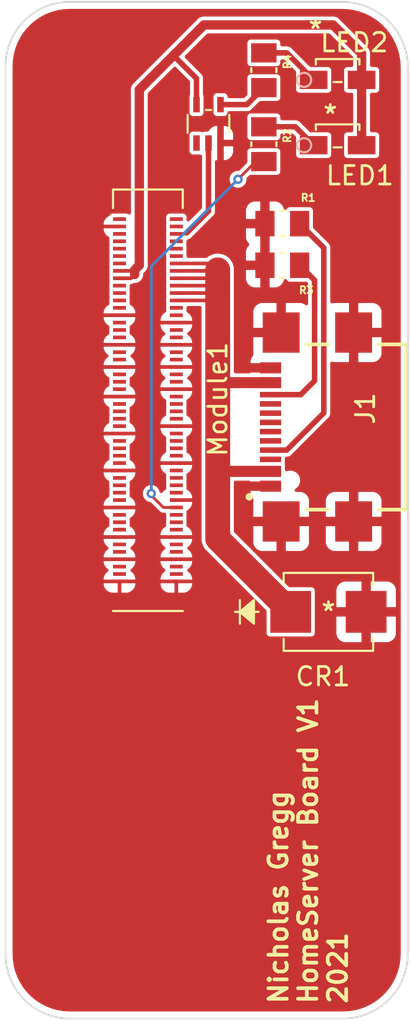
<source format=kicad_pcb>
(kicad_pcb (version 20210722) (generator pcbnew)
  (title_block (title "Raspberry Pi Compute Module 4 Carrier Template") (date "2020-10-31") (rev "v01") (comment 2 "creativecommons.org/licenses/by/4.0/") (comment 3 "License: CC BY 4.0") (comment 4 "Author: Shawn Hymel"))
  (layers (0 "F.Cu" signal) (31 "B.Cu" signal) (34 "B.Paste" user) (35 "F.Paste" user) (36 "B.SilkS" user "B.Silkscreen") (37 "F.SilkS" user "F.Silkscreen") (38 "B.Mask" user) (39 "F.Mask" user) (44 "Edge.Cuts" user))
  (net 0 "")
  (net 1 "+5V")
  (net 2 "GND")
  (net 4 "Net-(J1-PadB5)")
  (net 5 "Net-(J1-PadA5)")
  (net 11 "Net-(LED1-Pad1)")
  (net 12 "+3.3V")
  (net 13 "Net-(LED2-Pad1)")
  (net 72 "+1.8V")
  (net 82 "/CM4 GPIO/nLED_Activity")
  (net 83 "Net-(R4-Pad2)")
  (net 85 "/CM4 GPIO/nPWR_LED")
  (footprint "SMBJ5.0A-TR:SMBJ5.0A-TR" (layer "F.Cu") (at 173.5 111.5)
    (fp_text reference "CR1" (at -0.3 3.5) (layer "F.SilkS"))
    (fp_text value "SMBJ5.0A-TR" hide)
    (fp_text user "*" (at 0 0) (layer "F.SilkS"))
    (fp_line (start -4.8006 0) (end -4.0386 0.254) (layer "F.SilkS") (width 0.12))
    (fp_line (start -4.0386 -0.635) (end -4.0386 0.635) (layer "F.SilkS") (width 0.12))
    (fp_line (start 2.4257 -2.1082) (end -2.4257 -2.1082) (layer "F.SilkS") (width 0.12))
    (fp_line (start -2.4257 -2.1082) (end -2.4257 -1.46304) (layer "F.SilkS") (width 0.12))
    (fp_line (start -2.4257 1.46304) (end -2.4257 2.1082) (layer "F.SilkS") (width 0.12))
    (fp_line (start -4.8006 0) (end -4.0386 -0.381) (layer "F.SilkS") (width 0.12))
    (fp_line (start -4.8006 0) (end -4.0386 0.635) (layer "F.SilkS") (width 0.12))
    (fp_line (start -4.8006 0) (end -4.0386 -0.508) (layer "F.SilkS") (width 0.12))
    (fp_line (start -2.4257 2.1082) (end 2.4257 2.1082) (layer "F.SilkS") (width 0.12))
    (fp_line (start 2.4257 2.1082) (end 2.4257 1.46304) (layer "F.SilkS") (width 0.12))
    (fp_line (start -4.8006 0) (end -4.0386 -0.635) (layer "F.SilkS") (width 0.12))
    (fp_line (start -3.7846 0) (end -5.0546 0) (layer "F.SilkS") (width 0.12))
    (fp_line (start -4.8006 0) (end -4.0386 -0.254) (layer "F.SilkS") (width 0.12))
    (fp_line (start -4.8006 0) (end -4.0386 0.127) (layer "F.SilkS") (width 0.12))
    (fp_line (start -4.8006 0) (end -4.0386 -0.127) (layer "F.SilkS") (width 0.12))
    (fp_line (start -4.8006 -0.635) (end -4.8006 0.635) (layer "F.SilkS") (width 0.12))
    (fp_line (start -4.8006 0) (end -4.0386 0.508) (layer "F.SilkS") (width 0.12))
    (fp_line (start -4.8006 0) (end -4.0386 0.381) (layer "F.SilkS") (width 0.12))
    (fp_line (start 2.4257 -1.46304) (end 2.4257 -2.1082) (layer "F.SilkS") (width 0.12))
    (pad "1" smd rect locked (at -2.0447 0) (size 2.2098 2.2606) (layers "F.Cu" "F.Paste" "F.Mask") (net 1 "+5V"))
    (pad "2" smd rect locked (at 2.0447 0) (size 2.2098 2.2606) (layers "F.Cu" "F.Paste" "F.Mask") (net 2 "GND"))
  )
  (footprint "NLV17SZ07DFT2G:NLV17SZ07DFT2G" (layer "F.Cu") (at 167 85.1 90)
    (fp_text reference "U1" hide)
    (fp_text value "NLV17SZ07DFT2G" hide)
    (fp_line (start 0.483703 -1.1303) (end -0.483703 -1.1303) (layer "F.SilkS") (width 0.12))
    (fp_line (start 0.7493 0.139459) (end 0.7493 -0.139459) (layer "F.SilkS") (width 0.12))
    (fp_line (start -0.483703 1.1303) (end 0.483703 1.1303) (layer "F.SilkS") (width 0.12))
    (pad "1" smd rect locked (at -1.038949 -0.649999 90) (size 0.8333 0.3556) (layers "F.Cu" "F.Paste" "F.Mask"))
    (pad "2" smd rect locked (at -1.038949 0 90) (size 0.8333 0.3556) (layers "F.Cu" "F.Paste" "F.Mask") (net 85 "/CM4 GPIO/nPWR_LED"))
    (pad "3" smd rect locked (at -1.038949 0.649999 90) (size 0.8333 0.3556) (layers "F.Cu" "F.Paste" "F.Mask") (net 2 "GND"))
    (pad "4" smd rect locked (at 1.038949 0.649999 90) (size 0.8333 0.3556) (layers "F.Cu" "F.Paste" "F.Mask") (net 83 "Net-(R4-Pad2)"))
    (pad "5" smd rect locked (at 1.038949 -0.649999 90) (size 0.8333 0.3556) (layers "F.Cu" "F.Paste" "F.Mask") (net 12 "+3.3V"))
  )
  (footprint "ERJ-PB6B5101V:RESC2012X70N" (layer "F.Cu") (at 170 86.2 -90)
    (fp_text reference "R2" (at -0.46 -1.27 -270) (layer "F.SilkS") (effects (font (size 0.393701 0.393701))))
    (fp_text value "ERJ-PB6B5101V" hide)
    (fp_line (start -0.1 -0.68) (end 0.1 -0.68) (layer "F.SilkS") (width 0.127))
    (fp_line (start -0.1 0.68) (end 0.1 0.68) (layer "F.SilkS") (width 0.127))
    (pad "1" smd rect locked (at -0.94 0 270) (size 1.04 1.38) (layers "F.Cu" "F.Paste" "F.Mask") (net 11 "Net-(LED1-Pad1)"))
    (pad "2" smd rect locked (at 0.94 0 270) (size 1.04 1.38) (layers "F.Cu" "F.Paste" "F.Mask") (net 82 "/CM4 GPIO/nLED_Activity"))
  )
  (footprint "APA2106SUCK:APA2106SUCK" (layer "F.Cu") (at 174 85.75)
    (fp_text reference "LED1" (at 1.2 2.15) (layer "F.SilkS"))
    (fp_text value "Green LED" hide)
    (fp_text user "*" (at -0.4 -1.15) (layer "F.SilkS"))
    (fp_circle (center -1.8161 0.5047) (end -1.4351 0.5047) (layer "B.SilkS") (width 0.12) (fill none))
    (fp_line (start -1.1811 -0.6223) (end -1.1811 -0.32334) (layer "F.SilkS") (width 0.12))
    (fp_line (start 1.1811 -0.32334) (end 1.1811 -0.6223) (layer "F.SilkS") (width 0.12))
    (fp_line (start 1.1811 -0.6223) (end -1.1811 -0.6223) (layer "F.SilkS") (width 0.12))
    (fp_line (start -0.21796 0.6223) (end 0.21796 0.6223) (layer "F.SilkS") (width 0.12))
    (pad "1" smd rect locked (at -1.3 0.5047) (size 1.4986 0.9906) (layers "F.Cu" "F.Paste" "F.Mask") (net 11 "Net-(LED1-Pad1)"))
    (pad "2" smd rect locked (at 1.3 0.5047) (size 1.4986 0.9906) (layers "F.Cu" "F.Paste" "F.Mask") (net 12 "+3.3V"))
  )
  (footprint "ERJ-PB6B5101V:RESC2012X70N" (layer "F.Cu") (at 170 82.2 -90)
    (fp_text reference "R4" (at -0.46 -1.27 -270) (layer "F.SilkS") (effects (font (size 0.393701 0.393701))))
    (fp_text value "ERJ-PB6B5101V" hide)
    (fp_line (start -0.1 -0.68) (end 0.1 -0.68) (layer "F.SilkS") (width 0.127))
    (fp_line (start -0.1 0.68) (end 0.1 0.68) (layer "F.SilkS") (width 0.127))
    (pad "1" smd rect locked (at -0.94 0 270) (size 1.04 1.38) (layers "F.Cu" "F.Paste" "F.Mask") (net 13 "Net-(LED2-Pad1)"))
    (pad "2" smd rect locked (at 0.94 0 270) (size 1.04 1.38) (layers "F.Cu" "F.Paste" "F.Mask") (net 83 "Net-(R4-Pad2)"))
  )
  (footprint "ERJ-PB6B5101V:RESC2012X70N" (layer "F.Cu") (at 171 92.75 180)
    (fp_text reference "R3" (at -1.3 -1.35) (layer "F.SilkS") (effects (font (size 0.393701 0.393701))))
    (fp_text value "ERJ-PB6B5101V" hide)
    (fp_line (start -0.1 -0.68) (end 0.1 -0.68) (layer "F.SilkS") (width 0.127))
    (fp_line (start -0.1 0.68) (end 0.1 0.68) (layer "F.SilkS") (width 0.127))
    (pad "1" smd rect locked (at -0.94 0 180) (size 1.04 1.38) (layers "F.Cu" "F.Paste" "F.Mask") (net 4 "Net-(J1-PadB5)"))
    (pad "2" smd rect locked (at 0.94 0 180) (size 1.04 1.38) (layers "F.Cu" "F.Paste" "F.Mask") (net 2 "GND"))
  )
  (footprint "USB4110-GF-A_REVB:GCT_USB4110-GF-A_REVB" (layer "F.Cu") (at 171.4375 101.5 90)
    (fp_text reference "J1" (at 1 4.0625 90) (layer "F.SilkS"))
    (fp_text value "USB4110-GF-A_REVB" hide)
    (fp_line (start 4.47 0.86) (end 4.47 2.07) (layer "F.SilkS") (width 0.2))
    (fp_line (start -4.47 6.28) (end 4.47 6.28) (layer "F.SilkS") (width 0.2))
    (fp_line (start -4.47 0.86) (end -4.47 2.07) (layer "F.SilkS") (width 0.2))
    (fp_line (start -4.47 4.79) (end -4.47 6.28) (layer "F.SilkS") (width 0.2))
    (fp_line (start 4.47 6.28) (end 4.47 4.79) (layer "F.SilkS") (width 0.2))
    (fp_circle (center -3.78 -2.23) (end -3.68 -2.23) (layer "F.SilkS") (width 0.2) (fill none))
    (pad "A1/B12" smd rect locked (at -3.2 -1.075 90) (size 0.6 1.15) (layers "F.Cu" "F.Paste" "F.Mask") (net 2 "GND"))
    (pad "A4/B9" smd rect locked (at -2.4 -1.075 90) (size 0.6 1.15) (layers "F.Cu" "F.Paste" "F.Mask") (net 1 "+5V"))
    (pad "A5" smd rect locked (at -1.25 -1.075 90) (size 0.3 1.15) (layers "F.Cu" "F.Paste" "F.Mask") (net 5 "Net-(J1-PadA5)"))
    (pad "A6" smd rect locked (at -0.25 -1.075 90) (size 0.3 1.15) (layers "F.Cu" "F.Paste" "F.Mask"))
    (pad "A7" smd rect locked (at 0.25 -1.075 90) (size 0.3 1.15) (layers "F.Cu" "F.Paste" "F.Mask"))
    (pad "A8" smd rect locked (at 1.25 -1.075 90) (size 0.3 1.15) (layers "F.Cu" "F.Paste" "F.Mask"))
    (pad "B1/A12" smd rect locked (at 3.2 -1.075 90) (size 0.6 1.15) (layers "F.Cu" "F.Paste" "F.Mask") (net 2 "GND"))
    (pad "B4/A9" smd rect locked (at 2.4 -1.075 90) (size 0.6 1.15) (layers "F.Cu" "F.Paste" "F.Mask") (net 1 "+5V"))
    (pad "B5" smd rect locked (at 1.75 -1.075 90) (size 0.3 1.15) (layers "F.Cu" "F.Paste" "F.Mask") (net 4 "Net-(J1-PadB5)"))
    (pad "B6" smd rect locked (at 0.75 -1.075 90) (size 0.3 1.15) (layers "F.Cu" "F.Paste" "F.Mask"))
    (pad "B7" smd rect locked (at -0.75 -1.075 90) (size 0.3 1.15) (layers "F.Cu" "F.Paste" "F.Mask"))
    (pad "B8" smd rect locked (at -1.75 -1.075 90) (size 0.3 1.15) (layers "F.Cu" "F.Paste" "F.Mask"))
    (pad "None" np_thru_hole circle locked (at 2.89 0 90) (size 0.65 0.65) (drill 0.65) (layers *.Cu *.Mask))
    (pad "None" np_thru_hole circle locked (at -2.89 0 90) (size 0.65 0.65) (drill 0.65) (layers *.Cu *.Mask))
    (pad "S1" smd rect locked (at -5.11 -0.5 90) (size 2.18 2) (layers "F.Cu" "F.Paste" "F.Mask") (net 2 "GND"))
    (pad "S2" smd rect locked (at 5.11 -0.5 90) (size 2.18 2) (layers "F.Cu" "F.Paste" "F.Mask") (net 2 "GND"))
    (pad "S3" smd rect locked (at -5.11 3.43 90) (size 2.18 2) (layers "F.Cu" "F.Paste" "F.Mask") (net 2 "GND"))
    (pad "S4" smd rect locked (at 5.11 3.43 90) (size 2.18 2) (layers "F.Cu" "F.Paste" "F.Mask") (net 2 "GND"))
  )
  (footprint "ERJ-PB6B5101V:RESC2012X70N" (layer "F.Cu") (at 171 90.5 180)
    (fp_text reference "R1" (at -1.4 1.4) (layer "F.SilkS") (effects (font (size 0.393701 0.393701))))
    (fp_text value "ERJ-PB6B5101V" hide)
    (fp_line (start -0.1 0.68) (end 0.1 0.68) (layer "F.SilkS") (width 0.127))
    (fp_line (start -0.1 -0.68) (end 0.1 -0.68) (layer "F.SilkS") (width 0.127))
    (pad "1" smd rect locked (at -0.94 0 180) (size 1.04 1.38) (layers "F.Cu" "F.Paste" "F.Mask") (net 5 "Net-(J1-PadA5)"))
    (pad "2" smd rect locked (at 0.94 0 180) (size 1.04 1.38) (layers "F.Cu" "F.Paste" "F.Mask") (net 2 "GND"))
  )
  (footprint "APA2106SUCK:APA2106SUCK" (layer "F.Cu") (at 174 82.2168)
    (fp_text reference "LED2" (at 0.9 -1.5168) (layer "F.SilkS"))
    (fp_text value "Red LED" hide)
    (fp_text user "*" (at -1.2 -2.2168) (layer "F.SilkS"))
    (fp_circle (center -1.8161 0.5047) (end -1.4351 0.5047) (layer "B.SilkS") (width 0.12) (fill none))
    (fp_line (start 1.1811 -0.6223) (end -1.1811 -0.6223) (layer "F.SilkS") (width 0.12))
    (fp_line (start -0.21796 0.6223) (end 0.21796 0.6223) (layer "F.SilkS") (width 0.12))
    (fp_line (start -1.1811 -0.6223) (end -1.1811 -0.32334) (layer "F.SilkS") (width 0.12))
    (fp_line (start 1.1811 -0.32334) (end 1.1811 -0.6223) (layer "F.SilkS") (width 0.12))
    (pad "1" smd rect locked (at -1.3 0.5047) (size 1.4986 0.9906) (layers "F.Cu" "F.Paste" "F.Mask") (net 13 "Net-(LED2-Pad1)"))
    (pad "2" smd rect locked (at 1.3 0.5047) (size 1.4986 0.9906) (layers "F.Cu" "F.Paste" "F.Mask") (net 12 "+3.3V"))
  )
  (footprint "CM4IO:MUnitA" (layer "F.Cu") (at 163.5 100 180)
    (fp_text reference "Module1" (at -4 0 90) (layer "F.SilkS"))
    (fp_text value "ComputeModule4-CM4")
    (fp_line (start 1.673345 11.347018) (end 1.673345 10.347018) (layer "F.SilkS") (width 0.12))
    (fp_line (start -2.106655 11.347018) (end -2.106655 10.347018) (layer "F.SilkS") (width 0.12))
    (fp_line (start -2.106655 -11.452982) (end 1.673345 -11.452982) (layer "F.SilkS") (width 0.12))
    (fp_line (start -2.106655 11.347018) (end 1.673345 11.347018) (layer "F.SilkS") (width 0.12))
    (pad "1" smd rect locked (at -1.756655 -9.852982 90) (size 0.2 0.7) (layers "F.Cu" "F.Paste" "F.Mask") (net 2 "GND"))
    (pad "2" smd rect locked (at 1.323345 -9.852982 90) (size 0.2 0.7) (layers "F.Cu" "F.Paste" "F.Mask") (net 2 "GND"))
    (pad "3" smd rect locked (at -1.756655 -9.452982 90) (size 0.2 0.7) (layers "F.Cu" "F.Paste" "F.Mask"))
    (pad "4" smd rect locked (at 1.323345 -9.452982 90) (size 0.2 0.7) (layers "F.Cu" "F.Paste" "F.Mask"))
    (pad "5" smd rect locked (at -1.756655 -9.052982 90) (size 0.2 0.7) (layers "F.Cu" "F.Paste" "F.Mask"))
    (pad "6" smd rect locked (at 1.323345 -9.052982 90) (size 0.2 0.7) (layers "F.Cu" "F.Paste" "F.Mask"))
    (pad "7" smd rect locked (at -1.756655 -8.652982 90) (size 0.2 0.7) (layers "F.Cu" "F.Paste" "F.Mask") (net 2 "GND"))
    (pad "8" smd rect locked (at 1.323345 -8.652982 90) (size 0.2 0.7) (layers "F.Cu" "F.Paste" "F.Mask") (net 2 "GND"))
    (pad "9" smd rect locked (at -1.756655 -8.252982 90) (size 0.2 0.7) (layers "F.Cu" "F.Paste" "F.Mask"))
    (pad "10" smd rect locked (at 1.323345 -8.252982 90) (size 0.2 0.7) (layers "F.Cu" "F.Paste" "F.Mask"))
    (pad "11" smd rect locked (at -1.756655 -7.852982 90) (size 0.2 0.7) (layers "F.Cu" "F.Paste" "F.Mask"))
    (pad "12" smd rect locked (at 1.323345 -7.852982 90) (size 0.2 0.7) (layers "F.Cu" "F.Paste" "F.Mask"))
    (pad "13" smd rect locked (at -1.756655 -7.452982 90) (size 0.2 0.7) (layers "F.Cu" "F.Paste" "F.Mask") (net 2 "GND"))
    (pad "14" smd rect locked (at 1.323345 -7.452982 90) (size 0.2 0.7) (layers "F.Cu" "F.Paste" "F.Mask") (net 2 "GND"))
    (pad "15" smd rect locked (at -1.756655 -7.052982 90) (size 0.2 0.7) (layers "F.Cu" "F.Paste" "F.Mask"))
    (pad "16" smd rect locked (at 1.323345 -7.052982 90) (size 0.2 0.7) (layers "F.Cu" "F.Paste" "F.Mask"))
    (pad "17" smd rect locked (at -1.756655 -6.652982 90) (size 0.2 0.7) (layers "F.Cu" "F.Paste" "F.Mask"))
    (pad "18" smd rect locked (at 1.323345 -6.652982 90) (size 0.2 0.7) (layers "F.Cu" "F.Paste" "F.Mask"))
    (pad "19" smd rect locked (at -1.756655 -6.252982 90) (size 0.2 0.7) (layers "F.Cu" "F.Paste" "F.Mask"))
    (pad "20" smd rect locked (at 1.323345 -6.252982 90) (size 0.2 0.7) (layers "F.Cu" "F.Paste" "F.Mask"))
    (pad "21" smd rect locked (at -1.756655 -5.852982 90) (size 0.2 0.7) (layers "F.Cu" "F.Paste" "F.Mask") (net 82 "/CM4 GPIO/nLED_Activity"))
    (pad "22" smd rect locked (at 1.323345 -5.852982 90) (size 0.2 0.7) (layers "F.Cu" "F.Paste" "F.Mask") (net 2 "GND"))
    (pad "23" smd rect locked (at -1.756655 -5.452982 90) (size 0.2 0.7) (layers "F.Cu" "F.Paste" "F.Mask") (net 2 "GND"))
    (pad "24" smd rect locked (at 1.323345 -5.452982 90) (size 0.2 0.7) (layers "F.Cu" "F.Paste" "F.Mask"))
    (pad "25" smd rect locked (at -1.756655 -5.052982 90) (size 0.2 0.7) (layers "F.Cu" "F.Paste" "F.Mask"))
    (pad "26" smd rect locked (at 1.323345 -5.052982 90) (size 0.2 0.7) (layers "F.Cu" "F.Paste" "F.Mask"))
    (pad "27" smd rect locked (at -1.756655 -4.652982 90) (size 0.2 0.7) (layers "F.Cu" "F.Paste" "F.Mask"))
    (pad "28" smd rect locked (at 1.323345 -4.652982 90) (size 0.2 0.7) (layers "F.Cu" "F.Paste" "F.Mask"))
    (pad "29" smd rect locked (at -1.756655 -4.252982 90) (size 0.2 0.7) (layers "F.Cu" "F.Paste" "F.Mask"))
    (pad "30" smd rect locked (at 1.323345 -4.252982 90) (size 0.2 0.7) (layers "F.Cu" "F.Paste" "F.Mask"))
    (pad "31" smd rect locked (at -1.756655 -3.852982 90) (size 0.2 0.7) (layers "F.Cu" "F.Paste" "F.Mask"))
    (pad "32" smd rect locked (at 1.323345 -3.852982 90) (size 0.2 0.7) (layers "F.Cu" "F.Paste" "F.Mask") (net 2 "GND"))
    (pad "33" smd rect locked (at -1.756655 -3.452982 90) (size 0.2 0.7) (layers "F.Cu" "F.Paste" "F.Mask") (net 2 "GND"))
    (pad "34" smd rect locked (at 1.323345 -3.452982 90) (size 0.2 0.7) (layers "F.Cu" "F.Paste" "F.Mask"))
    (pad "35" smd rect locked (at -1.756655 -3.052982 90) (size 0.2 0.7) (layers "F.Cu" "F.Paste" "F.Mask"))
    (pad "36" smd rect locked (at 1.323345 -3.052982 90) (size 0.2 0.7) (layers "F.Cu" "F.Paste" "F.Mask"))
    (pad "37" smd rect locked (at -1.756655 -2.652982 90) (size 0.2 0.7) (layers "F.Cu" "F.Paste" "F.Mask"))
    (pad "38" smd rect locked (at 1.323345 -2.652982 90) (size 0.2 0.7) (layers "F.Cu" "F.Paste" "F.Mask"))
    (pad "39" smd rect locked (at -1.756655 -2.252982 90) (size 0.2 0.7) (layers "F.Cu" "F.Paste" "F.Mask"))
    (pad "40" smd rect locked (at 1.323345 -2.252982 90) (size 0.2 0.7) (layers "F.Cu" "F.Paste" "F.Mask"))
    (pad "41" smd rect locked (at -1.756655 -1.852982 90) (size 0.2 0.7) (layers "F.Cu" "F.Paste" "F.Mask"))
    (pad "42" smd rect locked (at 1.323345 -1.852982 90) (size 0.2 0.7) (layers "F.Cu" "F.Paste" "F.Mask") (net 2 "GND"))
    (pad "43" smd rect locked (at -1.756655 -1.452982 90) (size 0.2 0.7) (layers "F.Cu" "F.Paste" "F.Mask") (net 2 "GND"))
    (pad "44" smd rect locked (at 1.323345 -1.452982 90) (size 0.2 0.7) (layers "F.Cu" "F.Paste" "F.Mask"))
    (pad "45" smd rect locked (at -1.756655 -1.052982 90) (size 0.2 0.7) (layers "F.Cu" "F.Paste" "F.Mask"))
    (pad "46" smd rect locked (at 1.323345 -1.052982 90) (size 0.2 0.7) (layers "F.Cu" "F.Paste" "F.Mask"))
    (pad "47" smd rect locked (at -1.756655 -0.652982 90) (size 0.2 0.7) (layers "F.Cu" "F.Paste" "F.Mask"))
    (pad "48" smd rect locked (at 1.323345 -0.652982 90) (size 0.2 0.7) (layers "F.Cu" "F.Paste" "F.Mask"))
    (pad "49" smd rect locked (at -1.756655 -0.252982 90) (size 0.2 0.7) (layers "F.Cu" "F.Paste" "F.Mask"))
    (pad "50" smd rect locked (at 1.323345 -0.252982 90) (size 0.2 0.7) (layers "F.Cu" "F.Paste" "F.Mask"))
    (pad "51" smd rect locked (at -1.756655 0.147018 90) (size 0.2 0.7) (layers "F.Cu" "F.Paste" "F.Mask"))
    (pad "52" smd rect locked (at 1.323345 0.147018 90) (size 0.2 0.7) (layers "F.Cu" "F.Paste" "F.Mask") (net 2 "GND"))
    (pad "53" smd rect locked (at -1.756655 0.547018 90) (size 0.2 0.7) (layers "F.Cu" "F.Paste" "F.Mask") (net 2 "GND"))
    (pad "54" smd rect locked (at 1.323345 0.547018 90) (size 0.2 0.7) (layers "F.Cu" "F.Paste" "F.Mask"))
    (pad "55" smd rect locked (at -1.756655 0.947018 90) (size 0.2 0.7) (layers "F.Cu" "F.Paste" "F.Mask"))
    (pad "56" smd rect locked (at 1.323345 0.947018 90) (size 0.2 0.7) (layers "F.Cu" "F.Paste" "F.Mask"))
    (pad "57" smd rect locked (at -1.756655 1.347018 90) (size 0.2 0.7) (layers "F.Cu" "F.Paste" "F.Mask"))
    (pad "58" smd rect locked (at 1.323345 1.347018 90) (size 0.2 0.7) (layers "F.Cu" "F.Paste" "F.Mask"))
    (pad "59" smd rect locked (at -1.756655 1.747018 90) (size 0.2 0.7) (layers "F.Cu" "F.Paste" "F.Mask") (net 2 "GND"))
    (pad "60" smd rect locked (at 1.323345 1.747018 90) (size 0.2 0.7) (layers "F.Cu" "F.Paste" "F.Mask") (net 2 "GND"))
    (pad "61" smd rect locked (at -1.756655 2.147018 90) (size 0.2 0.7) (layers "F.Cu" "F.Paste" "F.Mask"))
    (pad "62" smd rect locked (at 1.323345 2.147018 90) (size 0.2 0.7) (layers "F.Cu" "F.Paste" "F.Mask"))
    (pad "63" smd rect locked (at -1.756655 2.547018 90) (size 0.2 0.7) (layers "F.Cu" "F.Paste" "F.Mask"))
    (pad "64" smd rect locked (at 1.323345 2.547018 90) (size 0.2 0.7) (layers "F.Cu" "F.Paste" "F.Mask"))
    (pad "65" smd rect locked (at -1.756655 2.947018 90) (size 0.2 0.7) (layers "F.Cu" "F.Paste" "F.Mask") (net 2 "GND"))
    (pad "66" smd rect locked (at 1.323345 2.947018 90) (size 0.2 0.7) (layers "F.Cu" "F.Paste" "F.Mask") (net 2 "GND"))
    (pad "67" smd rect locked (at -1.756655 3.347018 90) (size 0.2 0.7) (layers "F.Cu" "F.Paste" "F.Mask"))
    (pad "68" smd rect locked (at 1.323345 3.347018 90) (size 0.2 0.7) (layers "F.Cu" "F.Paste" "F.Mask"))
    (pad "69" smd rect locked (at -1.756655 3.747018 90) (size 0.2 0.7) (layers "F.Cu" "F.Paste" "F.Mask"))
    (pad "70" smd rect locked (at 1.323345 3.747018 90) (size 0.2 0.7) (layers "F.Cu" "F.Paste" "F.Mask"))
    (pad "71" smd rect locked (at -1.756655 4.147018 90) (size 0.2 0.7) (layers "F.Cu" "F.Paste" "F.Mask") (net 2 "GND"))
    (pad "72" smd rect locked (at 1.323345 4.147018 90) (size 0.2 0.7) (layers "F.Cu" "F.Paste" "F.Mask"))
    (pad "73" smd rect locked (at -1.756655 4.547018 90) (size 0.2 0.7) (layers "F.Cu" "F.Paste" "F.Mask"))
    (pad "74" smd rect locked (at 1.323345 4.547018 90) (size 0.2 0.7) (layers "F.Cu" "F.Paste" "F.Mask") (net 2 "GND"))
    (pad "75" smd rect locked (at -1.756655 4.947018 90) (size 0.2 0.7) (layers "F.Cu" "F.Paste" "F.Mask"))
    (pad "76" smd rect locked (at 1.323345 4.947018 90) (size 0.2 0.7) (layers "F.Cu" "F.Paste" "F.Mask"))
    (pad "77" smd rect locked (at -1.756655 5.347018 90) (size 0.2 0.7) (layers "F.Cu" "F.Paste" "F.Mask") (net 1 "+5V"))
    (pad "78" smd rect locked (at 1.323345 5.347018 90) (size 0.2 0.7) (layers "F.Cu" "F.Paste" "F.Mask"))
    (pad "79" smd rect locked (at -1.756655 5.747018 90) (size 0.2 0.7) (layers "F.Cu" "F.Paste" "F.Mask") (net 1 "+5V"))
    (pad "80" smd rect locked (at 1.323345 5.747018 90) (size 0.2 0.7) (layers "F.Cu" "F.Paste" "F.Mask"))
    (pad "81" smd rect locked (at -1.756655 6.147018 90) (size 0.2 0.7) (layers "F.Cu" "F.Paste" "F.Mask") (net 1 "+5V"))
    (pad "82" smd rect locked (at 1.323345 6.147018 90) (size 0.2 0.7) (layers "F.Cu" "F.Paste" "F.Mask"))
    (pad "83" smd rect locked (at -1.756655 6.547018 90) (size 0.2 0.7) (layers "F.Cu" "F.Paste" "F.Mask") (net 1 "+5V"))
    (pad "84" smd rect locked (at 1.323345 6.547018 90) (size 0.2 0.7) (layers "F.Cu" "F.Paste" "F.Mask") (net 12 "+3.3V"))
    (pad "85" smd rect locked (at -1.756655 6.947018 90) (size 0.2 0.7) (layers "F.Cu" "F.Paste" "F.Mask") (net 1 "+5V"))
    (pad "86" smd rect locked (at 1.323345 6.947018 90) (size 0.2 0.7) (layers "F.Cu" "F.Paste" "F.Mask") (net 12 "+3.3V"))
    (pad "87" smd rect locked (at -1.756655 7.347018 90) (size 0.2 0.7) (layers "F.Cu" "F.Paste" "F.Mask") (net 1 "+5V"))
    (pad "88" smd rect locked (at 1.323345 7.347018 90) (size 0.2 0.7) (layers "F.Cu" "F.Paste" "F.Mask") (net 72 "+1.8V"))
    (pad "89" smd rect locked (at -1.756655 7.747018 90) (size 0.2 0.7) (layers "F.Cu" "F.Paste" "F.Mask"))
    (pad "90" smd rect locked (at 1.323345 7.747018 90) (size 0.2 0.7) (layers "F.Cu" "F.Paste" "F.Mask") (net 72 "+1.8V"))
    (pad "91" smd rect locked (at -1.756655 8.147018 90) (size 0.2 0.7) (layers "F.Cu" "F.Paste" "F.Mask"))
    (pad "92" smd rect locked (at 1.323345 8.147018 90) (size 0.2 0.7) (layers "F.Cu" "F.Paste" "F.Mask"))
    (pad "93" smd rect locked (at -1.756655 8.547018 90) (size 0.2 0.7) (layers "F.Cu" "F.Paste" "F.Mask"))
    (pad "94" smd rect locked (at 1.323345 8.547018 90) (size 0.2 0.7) (layers "F.Cu" "F.Paste" "F.Mask"))
    (pad "95" smd rect locked (at -1.756655 8.947018 90) (size 0.2 0.7) (layers "F.Cu" "F.Paste" "F.Mask") (net 85 "/CM4 GPIO/nPWR_LED"))
    (pad "96" smd rect locked (at 1.323345 8.947018 90) (size 0.2 0.7) (layers "F.Cu" "F.Paste" "F.Mask"))
    (pad "97" smd rect locked (at -1.756655 9.347018 90) (size 0.2 0.7) (layers "F.Cu" "F.Paste" "F.Mask"))
    (pad "98" smd rect locked (at 1.323345 9.347018 90) (size 0.2 0.7) (layers "F.Cu" "F.Paste" "F.Mask") (net 2 "GND"))
    (pad "99" smd rect locked (at -1.756655 9.747018 90) (size 0.2 0.7) (layers "F.Cu" "F.Paste" "F.Mask"))
    (pad "100" smd rect locked (at 1.323345 9.747018 90) (size 0.2 0.7) (layers "F.Cu" "F.Paste" "F.Mask"))
  )
  (gr_line (start 177.8 130) (end 177.8 82) (layer "Edge.Cuts") (width 0.1))
  (gr_line (start 163 78.5) (end 174.25 78.5) (layer "Edge.Cuts") (width 0.1))
  (gr_arc (start 159.474874 81.974964) (end 159.474874 78.5) (angle -90.41280125) (layer "Edge.Cuts") (width 0.1))
  (gr_line (start 156 82) (end 156 130) (layer "Edge.Cuts") (width 0.1))
  (gr_arc (start 159.47514 130.024859) (end 156 130) (angle -90.81971945) (layer "Edge.Cuts") (width 0.1))
  (gr_line (start 159.5 133.5) (end 163 133.5) (layer "Edge.Cuts") (width 0.1))
  (gr_arc (start 174.3 130) (end 174.3 133.5) (angle -90) (layer "Edge.Cuts") (width 0.1))
  (gr_arc (start 174.25 82.050357) (end 177.8 82) (angle -89.18730984) (layer "Edge.Cuts") (width 0.1))
  (gr_line (start 163 133.5) (end 174.3 133.5) (layer "Edge.Cuts") (width 0.1))
  (gr_line (start 159.474874 78.5) (end 163 78.5) (layer "Edge.Cuts") (width 0.1))
  (gr_text "Nicholas Gregg\nHomeServer Board V1\n2021" (at 172.4 132.8 90) (layer "F.SilkS") (effects (font (size 1 1) (thickness 0.2)) (justify left)))
  (segment (start 167.047018 93.452982) (end 167.5 93) (width 0.2) (layer "F.Cu") (net 1))
  (segment (start 170.3625 103.9) (end 167.6 103.9) (width 0.6) (layer "F.Cu") (net 1))
  (segment (start 167.6 99.1) (end 167.5 99) (width 0.6) (layer "F.Cu") (net 1))
  (segment (start 166.847018 94.652982) (end 167.5 94) (width 0.2) (layer "F.Cu") (net 1))
  (segment (start 167.6 103.9) (end 167.5 104) (width 0.6) (layer "F.Cu") (net 1))
  (segment (start 167.5 107.5447) (end 167.5 104) (width 1.35) (layer "F.Cu") (net 1))
  (segment (start 167.5 94) (end 167.5 93) (width 1.35) (layer "F.Cu") (net 1))
  (segment (start 165.256655 94.652982) (end 166.847018 94.652982) (width 0.2) (layer "F.Cu") (net 1))
  (segment (start 171.4553 111.5) (end 167.5 107.5447) (width 1.35) (layer "F.Cu") (net 1))
  (segment (start 167.352982 93.852982) (end 167.5 94) (width 0.2) (layer "F.Cu") (net 1))
  (segment (start 165.256655 94.252982) (end 167.247018 94.252982) (width 0.2) (layer "F.Cu") (net 1))
  (segment (start 170.3625 99.1) (end 167.6 99.1) (width 0.6) (layer "F.Cu") (net 1))
  (segment (start 165.256655 93.852982) (end 167.352982 93.852982) (width 0.2) (layer "F.Cu") (net 1))
  (segment (start 167.152982 92.652982) (end 167.5 93) (width 0.2) (layer "F.Cu") (net 1))
  (segment (start 167.247018 94.252982) (end 167.5 94) (width 0.2) (layer "F.Cu") (net 1))
  (segment (start 165.256655 93.052982) (end 167.447018 93.052982) (width 0.2) (layer "F.Cu") (net 1))
  (segment (start 167.5 104) (end 167.5 99) (width 1.35) (layer "F.Cu") (net 1))
  (segment (start 167.447018 93.052982) (end 167.5 93) (width 0.2) (layer "F.Cu") (net 1))
  (segment (start 165.256655 92.652982) (end 167.152982 92.652982) (width 0.2) (layer "F.Cu") (net 1))
  (segment (start 165.256655 93.452982) (end 167.047018 93.452982) (width 0.2) (layer "F.Cu") (net 1))
  (segment (start 167.5 99) (end 167.5 94) (width 1.35) (layer "F.Cu") (net 1))
  (segment (start 170.3625 99.75) (end 172 99.75) (width 0.3) (layer "F.Cu") (net 4))
  (segment (start 172.75 99) (end 172.75 93.56) (width 0.3) (layer "F.Cu") (net 4))
  (segment (start 172.75 93.56) (end 171.94 92.75) (width 0.3) (layer "F.Cu") (net 4))
  (segment (start 172 99.75) (end 172.75 99) (width 0.3) (layer "F.Cu") (net 4))
  (segment (start 171.2375 102.75) (end 173.25 100.7375) (width 0.3) (layer "F.Cu") (net 5))
  (segment (start 173.25 91.81) (end 171.94 90.5) (width 0.3) (layer "F.Cu") (net 5))
  (segment (start 173.25 100.7375) (end 173.25 91.81) (width 0.3) (layer "F.Cu") (net 5))
  (segment (start 170.3625 102.75) (end 171.2375 102.75) (width 0.3) (layer "F.Cu") (net 5))
  (segment (start 171.7053 85.26) (end 172.7 86.2547) (width 0.3) (layer "F.Cu") (net 11))
  (segment (start 170 85.26) (end 171.7053 85.26) (width 0.3) (layer "F.Cu") (net 11))
  (segment (start 163 93) (end 163 93.25) (width 0.508) (layer "F.Cu") (net 12))
  (segment (start 166.75 79.75) (end 173.75 79.75) (width 0.508) (layer "F.Cu") (net 12))
  (segment (start 166.350001 84.061051) (end 166.350001 82.650001) (width 0.3) (layer "F.Cu") (net 12))
  (segment (start 173.75 79.75) (end 175.3 81.3) (width 0.508) (layer "F.Cu") (net 12))
  (segment (start 175.3 81.3) (end 175.3 82.7215) (width 0.508) (layer "F.Cu") (net 12))
  (segment (start 162.947018 93.052982) (end 163 93) (width 0.2) (layer "F.Cu") (net 12))
  (segment (start 162.176655 93.052982) (end 162.947018 93.052982) (width 0.2) (layer "F.Cu") (net 12))
  (segment (start 162.176655 93.452982) (end 162.797018 93.452982) (width 0.2) (layer "F.Cu") (net 12))
  (segment (start 165.1 81.4) (end 166.75 79.75) (width 0.508) (layer "F.Cu") (net 12))
  (segment (start 162.797018 93.452982) (end 163 93.25) (width 0.2) (layer "F.Cu") (net 12))
  (segment (start 163.5 83) (end 163.25 83.25) (width 0.508) (layer "F.Cu") (net 12))
  (segment (start 166.350001 82.650001) (end 165.1 81.4) (width 0.3) (layer "F.Cu") (net 12))
  (segment (start 165.1 81.4) (end 163.5 83) (width 0.508) (layer "F.Cu") (net 12))
  (segment (start 175.3 86.2547) (end 175.3 82.7215) (width 0.508) (layer "F.Cu") (net 12))
  (segment (start 163.25 92.75) (end 163 93) (width 0.508) (layer "F.Cu") (net 12))
  (segment (start 163.25 88) (end 163.25 92.75) (width 0.508) (layer "F.Cu") (net 12))
  (segment (start 163.25 83.25) (end 163.25 88) (width 0.508) (layer "F.Cu") (net 12))
  (segment (start 171.2385 81.26) (end 172.7 82.7215) (width 0.3) (layer "F.Cu") (net 13))
  (segment (start 170 81.26) (end 171.2385 81.26) (width 0.3) (layer "F.Cu") (net 13))
  (segment (start 169.56 87.14) (end 170 87.14) (width 0.1524) (layer "F.Cu") (net 82))
  (segment (start 164.552982 105.852982) (end 163.9 105.2) (width 0.1524) (layer "F.Cu") (net 82))
  (segment (start 163.9 105.2) (end 163.9 105.1) (width 0.1524) (layer "F.Cu") (net 82))
  (segment (start 165.256655 105.852982) (end 164.552982 105.852982) (width 0.1524) (layer "F.Cu") (net 82))
  (segment (start 168.6 88.1) (end 169.56 87.14) (width 0.1524) (layer "F.Cu") (net 82))
  (via (at 163.9 105.1) (size 0.508) (drill 0.254) (layers "F.Cu" "B.Cu") (net 82))
  (via (at 168.6 88.1) (size 0.508) (drill 0.254) (layers "F.Cu" "B.Cu") (net 82))
  (segment (start 163.9 92.8) (end 168.6 88.1) (width 0.1524) (layer "B.Cu") (net 82))
  (segment (start 163.9 105.1) (end 163.9 92.9) (width 0.1524) (layer "B.Cu") (net 82))
  (segment (start 163.9 92.9) (end 163.9 92.8) (width 0.1524) (layer "B.Cu") (net 82))
  (segment (start 167.649999 84.061051) (end 169.078949 84.061051) (width 0.3) (layer "F.Cu") (net 83))
  (segment (start 169.078949 84.061051) (end 170 83.14) (width 0.3) (layer "F.Cu") (net 83))
  (segment (start 167 89.815859) (end 165.815859 91) (width 0.3) (layer "F.Cu") (net 85))
  (segment (start 167 86.138949) (end 167 89.815859) (width 0.3) (layer "F.Cu") (net 85))
  (segment (start 165.762877 91.052982) (end 165.815859 91) (width 0.1524) (layer "F.Cu") (net 85))
  (segment (start 165.256655 91.052982) (end 165.762877 91.052982) (width 0.1524) (layer "F.Cu") (net 85))
  (zone (net 2) (net_name "GND") (layers F&B.Cu) (connect_pads (clearance 0.2)) (min_thickness 0.18) (fill yes (thermal_gap 0.508) (thermal_bridge_width 0.508))
    (polygon (pts (xy 178 133.8) (xy 155.7 133.8) (xy 155.8 78.4) (xy 178 78.4)))
  )
)
</source>
